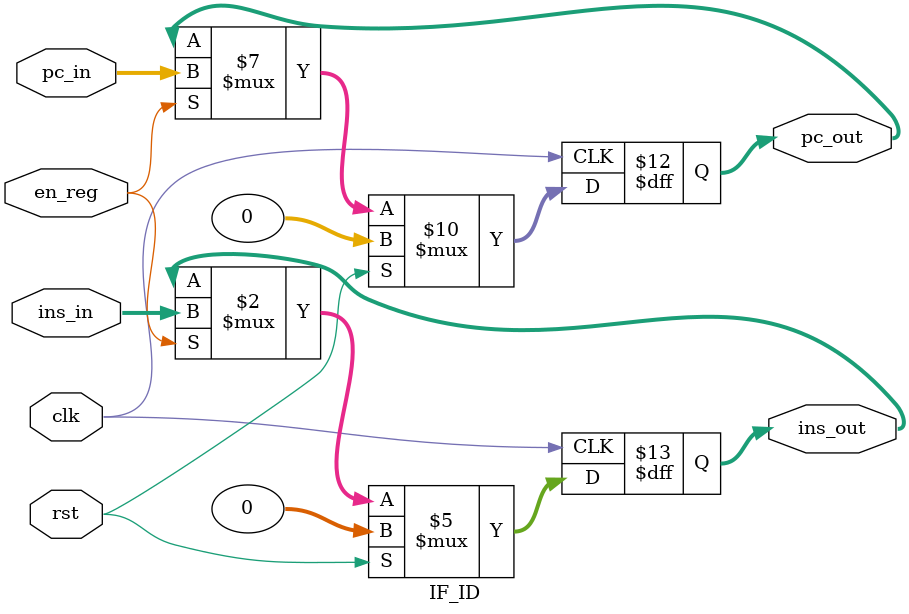
<source format=v>

module IF_ID ( clk, rst, en_reg, pc_out, ins_out, pc_in, ins_in );
    input clk, rst, en_reg;
    input[31:0]	pc_in, ins_in;
    output[31:0] pc_out, ins_out;
    reg [31:0] pc_out, ins_out;
   
    always @( posedge clk ) begin
        if ( rst ) begin
		pc_out  <= 32'b0;
		ins_out <= 32'b0;
	end
        else if ( en_reg ) begin
		pc_out  <= pc_in;
		ins_out <= ins_in;
	end
    end
endmodule
	


</source>
